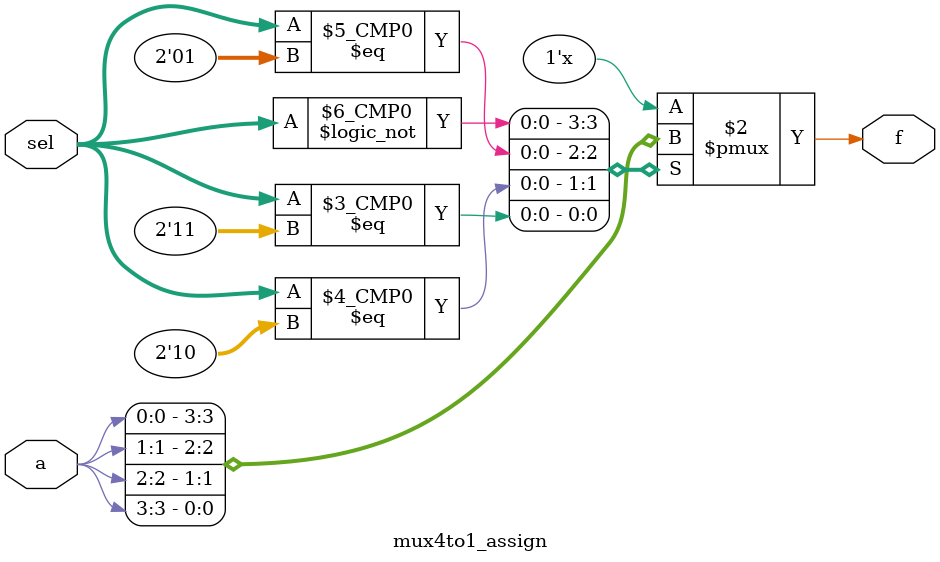
<source format=v>
`timescale 1ns/100ps

module mux4to1_assign(f ,a, sel);

	output f;
	input [3:0] a;
	input [1:0] sel;

	reg f;
	always @(sel)
	 case(sel)
	  2'b00:f<=a[0];
	  2'b01:f<=a[1];
	  2'b10:f<=a[2];
	  2'b11:f<=a[3];
	  default:f<=a[0];
	 endcase

endmodule

</source>
